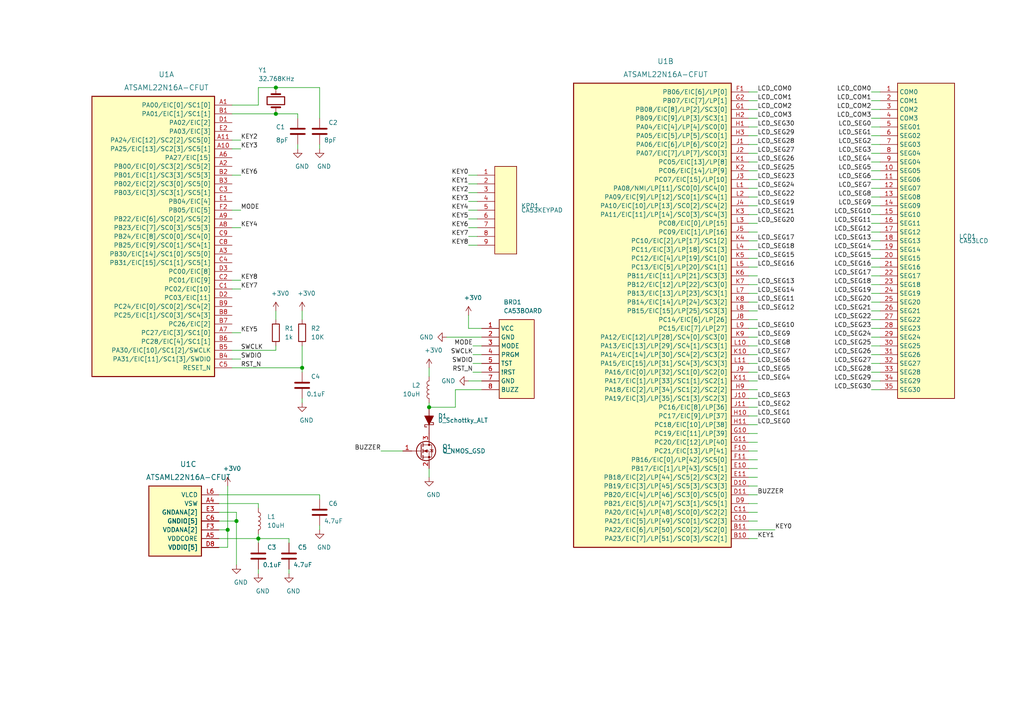
<source format=kicad_sch>
(kicad_sch (version 20230121) (generator eeschema)
  (paper "A4")
  (title_block (title "arm-watch") (date "2020-12-06") (rev "r1.0") (company "GsD - @gregdavill") (comment 1 "Based off: goodwatch"))
  (lib_symbols
    (symbol "Device:C" (pin_numbers hide) (pin_names (offset 0.254))
      (property "Reference" "C" (at 0.635 2.54 0))
      (property "Value" "C" (at 0.635 -2.54 0))
      (symbol "C_0_1"
        (polyline (pts (xy -2.032 -0.762) (xy 2.032 -0.762)) (stroke (width 0.508)))
        (polyline (pts (xy -2.032 0.762) (xy 2.032 0.762)) (stroke (width 0.508)))
      )
      (symbol "C_1_1"
        (pin passive line (at 0 3.81 270) (length 2.794) (name "~") (number "1"))
        (pin passive line (at 0 -3.81 90) (length 2.794) (name "~") (number "2"))
      )
    )
    (symbol "Device:Crystal" (pin_numbers hide) (pin_names (offset 1.016) hide)
      (property "Reference" "Y" (at 0 3.81 0))
      (property "Value" "Crystal" (at 0 -3.81 0))
      (symbol "Crystal_0_1"
        (rectangle (start -1.143 2.54) (end 1.143 -2.54) (stroke (width 0.3048)))
        (polyline (pts (xy -2.54 0) (xy -1.905 0)))
        (polyline (pts (xy -1.905 -1.27) (xy -1.905 1.27)) (stroke (width 0.508)))
        (polyline (pts (xy 1.905 -1.27) (xy 1.905 1.27)) (stroke (width 0.508)))
        (polyline (pts (xy 2.54 0) (xy 1.905 0)))
      )
      (symbol "Crystal_1_1"
        (pin passive line (at -3.81 0 0) (length 1.27) (name "1") (number "1"))
        (pin passive line (at 3.81 0 180) (length 1.27) (name "2") (number "2"))
      )
    )
    (symbol "Device:D_Schottky_ALT" (pin_numbers hide) (pin_names (offset 1.016) hide)
      (property "Reference" "D" (at 0 2.54 0))
      (property "Value" "D_Schottky_ALT" (at 0 -2.54 0))
      (symbol "D_Schottky_ALT_0_1"
        (polyline (pts (xy 1.27 0) (xy -1.27 0)))
        (polyline (pts (xy 1.27 1.27) (xy 1.27 -1.27) (xy -1.27 0) (xy 1.27 1.27)) (stroke (width 0.2032)) (fill (type outline)))
        (polyline (pts (xy -1.905 0.635) (xy -1.905 1.27) (xy -1.27 1.27) (xy -1.27 -1.27) (xy -0.635 -1.27) (xy -0.635 -0.635)) (stroke (width 0.2032)))
      )
      (symbol "D_Schottky_ALT_1_1"
        (pin passive line (at -3.81 0 0) (length 2.54) (name "K") (number "1"))
        (pin passive line (at 3.81 0 180) (length 2.54) (name "A") (number "2"))
      )
    )
    (symbol "Device:L" (pin_numbers hide) (pin_names (offset 1.016) hide)
      (property "Reference" "L" (at -1.27 0 90))
      (property "Value" "L" (at 1.905 0 90))
      (symbol "L_0_1"
        (arc (start 0 -2.54) (mid 0.6323 -1.905) (end 0 -1.27))
        (arc (start 0 -1.27) (mid 0.6323 -0.635) (end 0 0))
        (arc (start 0 0) (mid 0.6323 0.635) (end 0 1.27))
        (arc (start 0 1.27) (mid 0.6323 1.905) (end 0 2.54))
      )
      (symbol "L_1_1"
        (pin passive line (at 0 3.81 270) (length 1.27) (name "1") (number "1"))
        (pin passive line (at 0 -3.81 90) (length 1.27) (name "2") (number "2"))
      )
    )
    (symbol "Device:Q_NMOS_GSD" (pin_names (offset 0) hide)
      (property "Reference" "Q" (at 5.08 1.27 0))
      (property "Value" "Q_NMOS_GSD" (at 5.08 -1.27 0))
      (symbol "Q_NMOS_GSD_0_1"
        (polyline (pts (xy 0.254 0) (xy -2.54 0)))
        (polyline (pts (xy 0.254 1.905) (xy 0.254 -1.905)) (stroke (width 0.254)))
        (polyline (pts (xy 0.762 -1.27) (xy 0.762 -2.286)) (stroke (width 0.254)))
        (polyline (pts (xy 0.762 0.508) (xy 0.762 -0.508)) (stroke (width 0.254)))
        (polyline (pts (xy 0.762 2.286) (xy 0.762 1.27)) (stroke (width 0.254)))
        (polyline (pts (xy 2.54 2.54) (xy 2.54 1.778)))
        (polyline (pts (xy 2.54 -2.54) (xy 2.54 0) (xy 0.762 0)))
        (polyline (pts (xy 0.762 -1.778) (xy 3.302 -1.778) (xy 3.302 1.778) (xy 0.762 1.778)))
        (polyline (pts (xy 1.016 0) (xy 2.032 0.381) (xy 2.032 -0.381) (xy 1.016 0)) (fill (type outline)))
        (polyline (pts (xy 2.794 0.508) (xy 2.921 0.381) (xy 3.683 0.381) (xy 3.81 0.254)))
        (polyline (pts (xy 3.302 0.381) (xy 2.921 -0.254) (xy 3.683 -0.254) (xy 3.302 0.381)))
        (circle (center 1.651 0) (radius 2.794) (stroke (width 0.254)))
        (circle (center 2.54 -1.778) (radius 0.254) (fill (type outline)))
        (circle (center 2.54 1.778) (radius 0.254) (fill (type outline)))
      )
      (symbol "Q_NMOS_GSD_1_1"
        (pin input line (at -5.08 0 0) (length 2.54) (name "G") (number "1"))
        (pin passive line (at 2.54 -5.08 90) (length 2.54) (name "S") (number "2"))
        (pin passive line (at 2.54 5.08 270) (length 2.54) (name "D") (number "3"))
      )
    )
    (symbol "Device:R" (pin_numbers hide) (pin_names (offset 0))
      (property "Reference" "R" (at 2.032 0 90))
      (property "Value" "R" (at 0 0 90))
      (symbol "R_0_1"
        (rectangle (start -1.016 -2.54) (end 1.016 2.54) (stroke (width 0.254)))
      )
      (symbol "R_1_1"
        (pin passive line (at 0 3.81 270) (length 1.27) (name "~") (number "1"))
        (pin passive line (at 0 -3.81 90) (length 1.27) (name "~") (number "2"))
      )
    )
    (symbol "gsd-kicad:ATSAML22N16A-CFUT" (pin_names (offset 1.016))
      (property "Reference" "U" (at 5.08 6.35 0))
      (property "Value" "ATSAML22N16A-CFUT" (at 5.08 3.81 0))
      (symbol "ATSAML22N16A-CFUT_1_1"
        (rectangle (start 5.08 2.54) (end 40.64 -78.74) (stroke (width 0.3048)) (fill (type background)))
        (pin bidirectional line (at 0 0 0) (length 5.08) (name "PA00/EIC[0]/SC1[0]") (number "A1"))
        (pin bidirectional line (at 0 -12.7 0) (length 5.08) (name "PA25/EIC[13]/SC2[3]/SC5[1]") (number "A10"))
        (pin bidirectional line (at 0 -10.16 0) (length 5.08) (name "PA24/EIC[12]/SC2[2]/SC5[0]") (number "A11"))
        (pin bidirectional line (at 0 -17.78 0) (length 5.08) (name "PB00/EIC[0]/SC3[2]/SC5[2]") (number "A2"))
        (pin bidirectional line (at 0 -43.18 0) (length 5.08) (name "PB30/EIC[14]/SC1[0]/SC5[0]") (number "A3"))
        (pin bidirectional line (at 0 -15.24 0) (length 5.08) (name "PA27/EIC[15]") (number "A6"))
        (pin bidirectional line (at 0 -66.04 0) (length 5.08) (name "PC27/EIC[3]/SC1[0]") (number "A7"))
        (pin bidirectional line (at 0 -35.56 0) (length 5.08) (name "PB23/EIC[7]/SC0[3]/SC5[3]") (number "A8"))
        (pin bidirectional line (at 0 -33.02 0) (length 5.08) (name "PB22/EIC[6]/SC0[2]/SC5[2]") (number "A9"))
        (pin bidirectional line (at 0 -2.54 0) (length 5.08) (name "PA01/EIC[1]/SC1[1]") (number "B1"))
        (pin bidirectional line (at 0 -20.32 0) (length 5.08) (name "PB01/EIC[1]/SC3[3]/SC5[3]") (number "B2"))
        (pin bidirectional line (at 0 -22.86 0) (length 5.08) (name "PB02/EIC[2]/SC3[0]/SC5[0]") (number "B3"))
        (pin bidirectional line (at 0 -73.66 0) (length 5.08) (name "PA31/EIC[11]/SC1[3]/SWDIO") (number "B4"))
        (pin bidirectional line (at 0 -71.12 0) (length 5.08) (name "PA30/EIC[10]/SC1[2]/SWCLK") (number "B5"))
        (pin bidirectional line (at 0 -68.58 0) (length 5.08) (name "PC28/EIC[4]/SC1[1]") (number "B6"))
        (pin bidirectional line (at 0 -63.5 0) (length 5.08) (name "PC26/EIC[2]") (number "B7"))
        (pin bidirectional line (at 0 -60.96 0) (length 5.08) (name "PC25/EIC[1]/SC0[3]/SC4[3]") (number "B8"))
        (pin bidirectional line (at 0 -58.42 0) (length 5.08) (name "PC24/EIC[0]/SC0[2]/SC4[2]") (number "B9"))
        (pin bidirectional line (at 0 -53.34 0) (length 5.08) (name "PC02/EIC[10]") (number "C1"))
        (pin bidirectional line (at 0 -50.8 0) (length 5.08) (name "PC01/EIC[9]") (number "C2"))
        (pin bidirectional line (at 0 -25.4 0) (length 5.08) (name "PB03/EIC[3]/SC3[1]/SC5[1]") (number "C3"))
        (pin bidirectional line (at 0 -45.72 0) (length 5.08) (name "PB31/EIC[15]/SC1[1]/SC5[1]") (number "C4"))
        (pin bidirectional line (at 0 -76.2 0) (length 5.08) (name "RESET_N") (number "C5"))
        (pin bidirectional line (at 0 -40.64 0) (length 5.08) (name "PB25/EIC[9]/SC0[1]/SC4[1]") (number "C8"))
        (pin bidirectional line (at 0 -38.1 0) (length 5.08) (name "PB24/EIC[8]/SC0[0]/SC4[0]") (number "C9"))
        (pin bidirectional line (at 0 -5.08 0) (length 5.08) (name "PA02/EIC[2]") (number "D1"))
        (pin bidirectional line (at 0 -55.88 0) (length 5.08) (name "PC03/EIC[11]") (number "D2"))
        (pin bidirectional line (at 0 -48.26 0) (length 5.08) (name "PC00/EIC[8]") (number "D3"))
        (pin bidirectional line (at 0 -27.94 0) (length 5.08) (name "PB04/EIC[4]") (number "E1"))
        (pin bidirectional line (at 0 -7.62 0) (length 5.08) (name "PA03/EIC[3]") (number "E2"))
        (pin bidirectional line (at 0 -30.48 0) (length 5.08) (name "PB05/EIC[5]") (number "F2"))
      )
      (symbol "ATSAML22N16A-CFUT_2_1"
        (rectangle (start 5.08 2.54) (end 50.8 -132.08) (stroke (width 0.3048)) (fill (type background)))
        (pin bidirectional line (at 0 -129.54 0) (length 5.08) (name "PA23/EIC[7]/LP[51]/SC0[3]/SC2[1]") (number "B10"))
        (pin bidirectional line (at 0 -127 0) (length 5.08) (name "PA22/EIC[6]/LP[50]/SC0[2]/SC2[0]") (number "B11"))
        (pin bidirectional line (at 0 -124.46 0) (length 5.08) (name "PA21/EIC[5]/LP[49]/SC0[1]/SC2[3]") (number "C10"))
        (pin bidirectional line (at 0 -121.92 0) (length 5.08) (name "PA20/EIC[4]/LP[48]/SC0[0]/SC2[2]") (number "C11"))
        (pin bidirectional line (at 0 -114.3 0) (length 5.08) (name "PB19/EIC[3]/LP[45]/SC5[3]/SC3[3]") (number "D10"))
        (pin bidirectional line (at 0 -116.84 0) (length 5.08) (name "PB20/EIC[4]/LP[46]/SC3[0]/SC5[0]") (number "D11"))
        (pin bidirectional line (at 0 -119.38 0) (length 5.08) (name "PB21/EIC[5]/LP[47]/SC3[1]/SC5[1]") (number "D9"))
        (pin bidirectional line (at 0 -109.22 0) (length 5.08) (name "PB17/EIC[1]/LP[43]/SC5[1]") (number "E10"))
        (pin bidirectional line (at 0 -111.76 0) (length 5.08) (name "PB18/EIC[2]/LP[44]/SC5[2]/SC3[2]") (number "E11"))
        (pin bidirectional line (at 0 0 0) (length 5.08) (name "PB06/EIC[6]/LP[0]") (number "F1"))
        (pin bidirectional line (at 0 -104.14 0) (length 5.08) (name "PC21/EIC[13]/LP[41]") (number "F10"))
        (pin bidirectional line (at 0 -106.68 0) (length 5.08) (name "PB16/EIC[0]/LP[42]/SC5[0]") (number "F11"))
        (pin bidirectional line (at 0 -5.08 0) (length 5.08) (name "PB08/EIC[8]/LP[2]/SC3[0]") (number "G1"))
        (pin bidirectional line (at 0 -99.06 0) (length 5.08) (name "PC19/EIC[11]/LP[39]") (number "G10"))
        (pin bidirectional line (at 0 -101.6 0) (length 5.08) (name "PC20/EIC[12]/LP[40]") (number "G11"))
        (pin bidirectional line (at 0 -2.54 0) (length 5.08) (name "PB07/EIC[7]/LP[1]") (number "G2"))
        (pin bidirectional line (at 0 -10.16 0) (length 5.08) (name "PA04/EIC[4]/LP[4]/SC0[0]") (number "H1"))
        (pin bidirectional line (at 0 -93.98 0) (length 5.08) (name "PC17/EIC[9]/LP[37]") (number "H10"))
        (pin bidirectional line (at 0 -96.52 0) (length 5.08) (name "PC18/EIC[10]/LP[38]") (number "H11"))
        (pin bidirectional line (at 0 -7.62 0) (length 5.08) (name "PB09/EIC[9]/LP[3]/SC3[1]") (number "H2"))
        (pin bidirectional line (at 0 -12.7 0) (length 5.08) (name "PA05/EIC[5]/LP[5]/SC0[1]") (number "H3"))
        (pin bidirectional line (at 0 -86.36 0) (length 5.08) (name "PA18/EIC[2]/LP[34]/SC1[2]/SC2[2]") (number "H9"))
        (pin bidirectional line (at 0 -15.24 0) (length 5.08) (name "PA06/EIC[6]/LP[6]/SC0[2]") (number "J1"))
        (pin bidirectional line (at 0 -88.9 0) (length 5.08) (name "PA19/EIC[3]/LP[35]/SC1[3]/SC2[3]") (number "J10"))
        (pin bidirectional line (at 0 -91.44 0) (length 5.08) (name "PC16/EIC[8]/LP[36]") (number "J11"))
        (pin bidirectional line (at 0 -17.78 0) (length 5.08) (name "PA07/EIC[7]/LP[7]/SC0[3]") (number "J2"))
        (pin bidirectional line (at 0 -25.4 0) (length 5.08) (name "PC07/EIC[15]/LP[10]") (number "J3"))
        (pin bidirectional line (at 0 -33.02 0) (length 5.08) (name "PA10/EIC[10]/LP[13]/SC0[2]/SC4[2]") (number "J4"))
        (pin bidirectional line (at 0 -40.64 0) (length 5.08) (name "PC09/EIC[1]/LP[16]") (number "J5"))
        (pin bidirectional line (at 0 -66.04 0) (length 5.08) (name "PC14/EIC[6]/LP[26]") (number "J8"))
        (pin bidirectional line (at 0 -81.28 0) (length 5.08) (name "PA16/EIC[0]/LP[32]/SC1[0]/SC2[0]") (number "J9"))
        (pin bidirectional line (at 0 -20.32 0) (length 5.08) (name "PC05/EIC[13]/LP[8]") (number "K1"))
        (pin bidirectional line (at 0 -76.2 0) (length 5.08) (name "PA14/EIC[14]/LP[30]/SC4[2]/SC3[2]") (number "K10"))
        (pin bidirectional line (at 0 -83.82 0) (length 5.08) (name "PA17/EIC[1]/LP[33]/SC1[1]/SC2[1]") (number "K11"))
        (pin bidirectional line (at 0 -22.86 0) (length 5.08) (name "PC06/EIC[14]/LP[9]") (number "K2"))
        (pin bidirectional line (at 0 -35.56 0) (length 5.08) (name "PA11/EIC[11]/LP[14]/SC0[3]/SC4[3]") (number "K3"))
        (pin bidirectional line (at 0 -43.18 0) (length 5.08) (name "PC10/EIC[2]/LP[17]/SC1[2]") (number "K4"))
        (pin bidirectional line (at 0 -48.26 0) (length 5.08) (name "PC12/EIC[4]/LP[19]/SC1[0]") (number "K5"))
        (pin bidirectional line (at 0 -53.34 0) (length 5.08) (name "PB11/EIC[11]/LP[21]/SC3[3]") (number "K6"))
        (pin bidirectional line (at 0 -55.88 0) (length 5.08) (name "PB12/EIC[12]/LP[22]/SC3[0]") (number "K7"))
        (pin bidirectional line (at 0 -60.96 0) (length 5.08) (name "PB14/EIC[14]/LP[24]/SC3[2]") (number "K8"))
        (pin bidirectional line (at 0 -71.12 0) (length 5.08) (name "PA12/EIC[12]/LP[28]/SC4[0]/SC3[0]") (number "K9"))
        (pin bidirectional line (at 0 -27.94 0) (length 5.08) (name "PA08/NMI/LP[11]/SC0[0]/SC4[0]") (number "L1"))
        (pin bidirectional line (at 0 -73.66 0) (length 5.08) (name "PA13/EIC[13]/LP[29]/SC4[1]/SC3[1]") (number "L10"))
        (pin bidirectional line (at 0 -78.74 0) (length 5.08) (name "PA15/EIC[15]/LP[31]/SC4[3]/SC3[3]") (number "L11"))
        (pin bidirectional line (at 0 -30.48 0) (length 5.08) (name "PA09/EIC[9]/LP[12]/SC0[1]/SC4[1]") (number "L2"))
        (pin bidirectional line (at 0 -38.1 0) (length 5.08) (name "PC08/EIC[0]/LP[15]") (number "L3"))
        (pin bidirectional line (at 0 -45.72 0) (length 5.08) (name "PC11/EIC[3]/LP[18]/SC1[3]") (number "L4"))
        (pin bidirectional line (at 0 -50.8 0) (length 5.08) (name "PC13/EIC[5]/LP[20]/SC1[1]") (number "L5"))
        (pin bidirectional line (at 0 -58.42 0) (length 5.08) (name "PB13/EIC[13]/LP[23]/SC3[1]") (number "L7"))
        (pin bidirectional line (at 0 -63.5 0) (length 5.08) (name "PB15/EIC[15]/LP[25]/SC3[3]") (number "L8"))
        (pin bidirectional line (at 0 -68.58 0) (length 5.08) (name "PC15/EIC[7]/LP[27]") (number "L9"))
      )
      (symbol "ATSAML22N16A-CFUT_3_1"
        (rectangle (start 5.08 2.54) (end 20.32 -17.78) (stroke (width 0.3048)) (fill (type background)))
        (pin power_in line (at 0 -2.54 0) (length 5.08) (name "VSW") (number "A4"))
        (pin power_in line (at 0 -12.7 0) (length 5.08) (name "VDDCORE") (number "A5"))
        (pin power_in line (at 0 -7.62 0) (length 5.08) (name "GNDIO[5]") (number "C6"))
        (pin power_in line (at 0 -15.24 0) (length 5.08) (name "VDDIO[5]") (number "D4"))
        (pin power_in line (at 0 -15.24 0) (length 5.08) (name "VDDIO[5]") (number "D8"))
        (pin power_in line (at 0 -5.08 0) (length 5.08) (name "GNDANA[2]") (number "E3"))
        (pin power_in line (at 0 -7.62 0) (length 5.08) (name "GNDIO[5]") (number "E9"))
        (pin power_in line (at 0 -10.16 0) (length 5.08) (name "VDDANA[2]") (number "F3"))
        (pin power_in line (at 0 -15.24 0) (length 5.08) (name "VDDIO[5]") (number "F9"))
        (pin power_in line (at 0 -10.16 0) (length 5.08) (name "VDDANA[2]") (number "G3"))
        (pin power_in line (at 0 -7.62 0) (length 5.08) (name "GNDIO[5]") (number "G9"))
        (pin power_in line (at 0 -5.08 0) (length 5.08) (name "GNDANA[2]") (number "H4"))
        (pin power_in line (at 0 -7.62 0) (length 5.08) (name "GNDIO[5]") (number "H4"))
        (pin power_in line (at 0 -15.24 0) (length 5.08) (name "VDDIO[5]") (number "H8"))
        (pin power_in line (at 0 -15.24 0) (length 5.08) (name "VDDIO[5]") (number "J6"))
        (pin power_in line (at 0 -7.62 0) (length 5.08) (name "GNDIO[5]") (number "J7"))
        (pin power_in line (at 0 0 0) (length 5.08) (name "VLCD") (number "L6"))
      )
    )
    (symbol "gsd-kicad:CA53BOARD"
      (property "Reference" "BRD" (at 6.35 6.35 0))
      (property "Value" "CA53BOARD" (at 10.16 3.81 0))
      (symbol "CA53BOARD_0_1"
        (rectangle (start 5.08 2.54) (end 15.24 -20.32) (stroke (width 0.22)) (fill (type background)))
      )
      (symbol "CA53BOARD_1_1"
        (pin power_out line (at 0 0 0) (length 5.08) (name "VCC") (number "1"))
        (pin power_out line (at 0 -2.54 0) (length 5.08) (name "GND") (number "2"))
        (pin output line (at 0 -5.08 0) (length 5.08) (name "MODE") (number "3"))
        (pin output line (at 0 -7.62 0) (length 5.08) (name "PRGM") (number "4"))
        (pin input line (at 0 -10.16 0) (length 5.08) (name "TST") (number "5"))
        (pin input line (at 0 -12.7 0) (length 5.08) (name "!RST") (number "6"))
        (pin input line (at 0 -15.24 0) (length 5.08) (name "GND") (number "7"))
        (pin input line (at 0 -17.78 0) (length 5.08) (name "BUZZ") (number "8"))
      )
    )
    (symbol "gsd-kicad:CA53KEYPAD"
      (property "Reference" "KPD" (at 7.62 6.35 0))
      (property "Value" "CA53KEYPAD" (at 11.43 3.81 0))
      (symbol "CA53KEYPAD_0_1"
        (rectangle (start 5.08 2.54) (end 11.43 -22.86) (stroke (width 0.2)) (fill (type background)))
      )
      (symbol "CA53KEYPAD_1_1"
        (pin input line (at 0 0 0) (length 5.08) (name "~") (number "1"))
        (pin input line (at 0 -2.54 0) (length 5.08) (name "~") (number "2"))
        (pin input line (at 0 -5.08 0) (length 5.08) (name "~") (number "3"))
        (pin input line (at 0 -7.62 0) (length 5.08) (name "~") (number "4"))
        (pin input line (at 0 -10.16 0) (length 5.08) (name "~") (number "5"))
        (pin input line (at 0 -12.7 0) (length 5.08) (name "~") (number "6"))
        (pin input line (at 0 -15.24 0) (length 5.08) (name "~") (number "7"))
        (pin input line (at 0 -17.78 0) (length 5.08) (name "~") (number "8"))
        (pin input line (at 0 -20.32 0) (length 5.08) (name "~") (number "9"))
      )
    )
    (symbol "gsd-kicad:CA53LCD"
      (property "Reference" "LCD" (at 7.62 6.35 0))
      (property "Value" "CA53LCD" (at 10.16 3.81 0))
      (symbol "CA53LCD_0_1"
        (rectangle (start 5.08 2.54) (end 21.59 -88.9) (stroke (width 0.22)) (fill (type background)))
      )
      (symbol "CA53LCD_1_1"
        (pin input line (at 0 0 0) (length 5.08) (name "COM0") (number "1"))
        (pin input line (at 0 -22.86 0) (length 5.08) (name "SEG05") (number "10"))
        (pin input line (at 0 -25.4 0) (length 5.08) (name "SEG06") (number "11"))
        (pin input line (at 0 -27.94 0) (length 5.08) (name "SEG07") (number "12"))
        (pin input line (at 0 -30.48 0) (length 5.08) (name "SEG08") (number "13"))
        (pin input line (at 0 -33.02 0) (length 5.08) (name "SEG09") (number "14"))
        (pin input line (at 0 -35.56 0) (length 5.08) (name "SEG10") (number "15"))
        (pin input line (at 0 -38.1 0) (length 5.08) (name "SEG11") (number "16"))
        (pin input line (at 0 -40.64 0) (length 5.08) (name "SEG12") (number "17"))
        (pin input line (at 0 -43.18 0) (length 5.08) (name "SEG13") (number "18"))
        (pin input line (at 0 -45.72 0) (length 5.08) (name "SEG14") (number "19"))
        (pin input line (at 0 -2.54 0) (length 5.08) (name "COM1") (number "2"))
        (pin input line (at 0 -48.26 0) (length 5.08) (name "SEG15") (number "20"))
        (pin input line (at 0 -50.8 0) (length 5.08) (name "SEG16") (number "21"))
        (pin input line (at 0 -53.34 0) (length 5.08) (name "SEG17") (number "22"))
        (pin input line (at 0 -55.88 0) (length 5.08) (name "SEG18") (number "23"))
        (pin input line (at 0 -58.42 0) (length 5.08) (name "SEG19") (number "24"))
        (pin input line (at 0 -60.96 0) (length 5.08) (name "SEG20") (number "25"))
        (pin input line (at 0 -63.5 0) (length 5.08) (name "SEG21") (number "26"))
        (pin input line (at 0 -66.04 0) (length 5.08) (name "SEG22") (number "27"))
        (pin input line (at 0 -68.58 0) (length 5.08) (name "SEG23") (number "28"))
        (pin input line (at 0 -71.12 0) (length 5.08) (name "SEG24") (number "29"))
        (pin input line (at 0 -5.08 0) (length 5.08) (name "COM2") (number "3"))
        (pin input line (at 0 -73.66 0) (length 5.08) (name "SEG25") (number "30"))
        (pin input line (at 0 -76.2 0) (length 5.08) (name "SEG26") (number "31"))
        (pin input line (at 0 -78.74 0) (length 5.08) (name "SEG27") (number "32"))
        (pin input line (at 0 -81.28 0) (length 5.08) (name "SEG28") (number "33"))
        (pin input line (at 0 -83.82 0) (length 5.08) (name "SEG29") (number "34"))
        (pin input line (at 0 -86.36 0) (length 5.08) (name "SEG30") (number "35"))
        (pin input line (at 0 -7.62 0) (length 5.08) (name "COM3") (number "4"))
        (pin input line (at 0 -10.16 0) (length 5.08) (name "SEG01") (number "5"))
        (pin input line (at 0 -12.7 0) (length 5.08) (name "SEG02") (number "6"))
        (pin input line (at 0 -15.24 0) (length 5.08) (name "SEG03") (number "7"))
        (pin input line (at 0 -17.78 0) (length 5.08) (name "SEG04") (number "8"))
        (pin input line (at 0 -20.32 0) (length 5.08) (name "SEG04") (number "9"))
      )
    )
    (symbol "power:+3V0" (power) (pin_names (offset 0))
      (property "Value" "+3V0" (at 0 3.556 0))
      (symbol "+3V0_0_1"
        (polyline (pts (xy -0.762 1.27) (xy 0 2.54)))
        (polyline (pts (xy 0 0) (xy 0 2.54)))
        (polyline (pts (xy 0 2.54) (xy 0.762 1.27)))
      )
      (symbol "+3V0_1_1"
        (pin power_in line (at 0 0 90) (length 0) hide (name "+3V0") (number "1"))
      )
    )
    (symbol "power:GND" (power) (pin_names (offset 0))
      (property "Value" "GND" (at 0 -3.81 0))
      (symbol "GND_0_1"
        (polyline (pts (xy 0 0) (xy 0 -1.27) (xy 1.27 -1.27) (xy 0 -2.54) (xy -1.27 -1.27) (xy 0 -1.27)))
      )
      (symbol "GND_1_1"
        (pin power_in line (at 0 0 270) (length 0) hide (name "GND") (number "1"))
      )
    )
  )
  (junction (at 80.01 25.4) (diameter 1.016))
  (junction (at 80.01 33.02) (diameter 1.016))
  (junction (at 66.04 153.67) (diameter 1.016))
  (junction (at 74.93 156.21) (diameter 1.016))
  (junction (at 87.63 106.68) (diameter 1.016))
  (junction (at 124.46 118.11) (diameter 1.016))
  (junction (at 68.58 151.13) (diameter 1.016))
  (wire (pts (xy 137.16 105.41) (xy 139.7 105.41)))
  (wire (pts (xy 66.04 153.67) (xy 66.04 140.97)))
  (wire (pts (xy 135.89 60.96) (xy 138.43 60.96)))
  (wire (pts (xy 69.85 83.82) (xy 67.31 83.82)))
  (wire (pts (xy 83.82 156.21) (xy 74.93 156.21)))
  (wire (pts (xy 110.49 130.81) (xy 116.84 130.81)))
  (wire (pts (xy 87.63 90.17) (xy 87.63 92.71)))
  (wire (pts (xy 86.36 41.91) (xy 86.36 43.18)))
  (wire (pts (xy 124.46 118.11) (xy 124.46 116.84)))
  (wire (pts (xy 87.63 106.68) (xy 87.63 100.33)))
  (wire (pts (xy 135.89 58.42) (xy 138.43 58.42)))
  (wire (pts (xy 219.71 156.21) (xy 217.17 156.21)))
  (wire (pts (xy 80.01 101.6) (xy 80.01 100.33)))
  (wire (pts (xy 217.17 26.67) (xy 219.71 26.67)))
  (wire (pts (xy 255.27 100.33) (xy 252.73 100.33)))
  (wire (pts (xy 217.17 85.09) (xy 219.71 85.09)))
  (wire (pts (xy 132.08 118.11) (xy 124.46 118.11)))
  (wire (pts (xy 217.17 77.47) (xy 219.71 77.47)))
  (wire (pts (xy 255.27 39.37) (xy 252.73 39.37)))
  (wire (pts (xy 69.85 40.64) (xy 67.31 40.64)))
  (wire (pts (xy 217.17 67.31) (xy 219.71 67.31)))
  (wire (pts (xy 255.27 92.71) (xy 252.73 92.71)))
  (wire (pts (xy 217.17 135.89) (xy 219.71 135.89)))
  (wire (pts (xy 83.82 165.1) (xy 83.82 166.37)))
  (wire (pts (xy 217.17 52.07) (xy 219.71 52.07)))
  (wire (pts (xy 92.71 152.4) (xy 92.71 153.67)))
  (wire (pts (xy 217.17 118.11) (xy 219.71 118.11)))
  (wire (pts (xy 255.27 72.39) (xy 252.73 72.39)))
  (wire (pts (xy 87.63 115.57) (xy 87.63 116.84)))
  (wire (pts (xy 92.71 144.78) (xy 92.71 143.51)))
  (wire (pts (xy 217.17 90.17) (xy 219.71 90.17)))
  (wire (pts (xy 132.08 113.03) (xy 132.08 118.11)))
  (wire (pts (xy 135.89 66.04) (xy 138.43 66.04)))
  (wire (pts (xy 217.17 46.99) (xy 219.71 46.99)))
  (wire (pts (xy 217.17 128.27) (xy 219.71 128.27)))
  (wire (pts (xy 135.89 53.34) (xy 138.43 53.34)))
  (wire (pts (xy 67.31 30.48) (xy 74.93 30.48)))
  (wire (pts (xy 217.17 123.19) (xy 219.71 123.19)))
  (wire (pts (xy 255.27 34.29) (xy 252.73 34.29)))
  (wire (pts (xy 217.17 44.45) (xy 219.71 44.45)))
  (wire (pts (xy 67.31 33.02) (xy 80.01 33.02)))
  (wire (pts (xy 217.17 39.37) (xy 219.71 39.37)))
  (wire (pts (xy 217.17 143.51) (xy 219.71 143.51)))
  (wire (pts (xy 124.46 135.89) (xy 124.46 138.43)))
  (wire (pts (xy 255.27 74.93) (xy 252.73 74.93)))
  (wire (pts (xy 67.31 106.68) (xy 87.63 106.68)))
  (wire (pts (xy 255.27 95.25) (xy 252.73 95.25)))
  (wire (pts (xy 63.5 151.13) (xy 68.58 151.13)))
  (wire (pts (xy 69.85 96.52) (xy 67.31 96.52)))
  (wire (pts (xy 217.17 105.41) (xy 219.71 105.41)))
  (wire (pts (xy 87.63 106.68) (xy 87.63 107.95)))
  (wire (pts (xy 255.27 107.95) (xy 252.73 107.95)))
  (wire (pts (xy 217.17 140.97) (xy 219.71 140.97)))
  (wire (pts (xy 217.17 102.87) (xy 219.71 102.87)))
  (wire (pts (xy 69.85 60.96) (xy 67.31 60.96)))
  (wire (pts (xy 255.27 113.03) (xy 252.73 113.03)))
  (wire (pts (xy 217.17 97.79) (xy 219.71 97.79)))
  (wire (pts (xy 217.17 62.23) (xy 219.71 62.23)))
  (wire (pts (xy 255.27 49.53) (xy 252.73 49.53)))
  (wire (pts (xy 92.71 25.4) (xy 80.01 25.4)))
  (wire (pts (xy 69.85 81.28) (xy 67.31 81.28)))
  (wire (pts (xy 255.27 82.55) (xy 252.73 82.55)))
  (wire (pts (xy 217.17 146.05) (xy 219.71 146.05)))
  (wire (pts (xy 69.85 50.8) (xy 67.31 50.8)))
  (wire (pts (xy 129.54 97.79) (xy 139.7 97.79)))
  (wire (pts (xy 217.17 153.67) (xy 224.79 153.67)))
  (wire (pts (xy 217.17 49.53) (xy 219.71 49.53)))
  (wire (pts (xy 63.5 153.67) (xy 66.04 153.67)))
  (wire (pts (xy 217.17 64.77) (xy 219.71 64.77)))
  (wire (pts (xy 255.27 62.23) (xy 252.73 62.23)))
  (wire (pts (xy 217.17 138.43) (xy 219.71 138.43)))
  (wire (pts (xy 217.17 34.29) (xy 219.71 34.29)))
  (wire (pts (xy 255.27 36.83) (xy 252.73 36.83)))
  (wire (pts (xy 135.89 55.88) (xy 138.43 55.88)))
  (wire (pts (xy 74.93 165.1) (xy 74.93 166.37)))
  (wire (pts (xy 255.27 31.75) (xy 252.73 31.75)))
  (wire (pts (xy 255.27 77.47) (xy 252.73 77.47)))
  (wire (pts (xy 217.17 92.71) (xy 219.71 92.71)))
  (wire (pts (xy 217.17 120.65) (xy 219.71 120.65)))
  (wire (pts (xy 217.17 125.73) (xy 219.71 125.73)))
  (wire (pts (xy 255.27 80.01) (xy 252.73 80.01)))
  (wire (pts (xy 217.17 113.03) (xy 219.71 113.03)))
  (wire (pts (xy 69.85 66.04) (xy 67.31 66.04)))
  (wire (pts (xy 135.89 110.49) (xy 139.7 110.49)))
  (wire (pts (xy 135.89 68.58) (xy 138.43 68.58)))
  (wire (pts (xy 217.17 87.63) (xy 219.71 87.63)))
  (wire (pts (xy 255.27 52.07) (xy 252.73 52.07)))
  (wire (pts (xy 135.89 71.12) (xy 138.43 71.12)))
  (wire (pts (xy 137.16 102.87) (xy 139.7 102.87)))
  (wire (pts (xy 255.27 44.45) (xy 252.73 44.45)))
  (wire (pts (xy 63.5 156.21) (xy 74.93 156.21)))
  (wire (pts (xy 255.27 46.99) (xy 252.73 46.99)))
  (wire (pts (xy 217.17 72.39) (xy 219.71 72.39)))
  (wire (pts (xy 139.7 113.03) (xy 132.08 113.03)))
  (wire (pts (xy 68.58 151.13) (xy 68.58 163.83)))
  (wire (pts (xy 137.16 100.33) (xy 139.7 100.33)))
  (wire (pts (xy 217.17 130.81) (xy 219.71 130.81)))
  (wire (pts (xy 137.16 107.95) (xy 139.7 107.95)))
  (wire (pts (xy 255.27 90.17) (xy 252.73 90.17)))
  (wire (pts (xy 92.71 34.29) (xy 92.71 25.4)))
  (wire (pts (xy 217.17 57.15) (xy 219.71 57.15)))
  (wire (pts (xy 92.71 41.91) (xy 92.71 43.18)))
  (wire (pts (xy 217.17 74.93) (xy 219.71 74.93)))
  (wire (pts (xy 255.27 105.41) (xy 252.73 105.41)))
  (wire (pts (xy 255.27 69.85) (xy 252.73 69.85)))
  (wire (pts (xy 68.58 148.59) (xy 68.58 151.13)))
  (wire (pts (xy 63.5 146.05) (xy 74.93 146.05)))
  (wire (pts (xy 255.27 41.91) (xy 252.73 41.91)))
  (wire (pts (xy 138.43 50.8) (xy 135.89 50.8)))
  (wire (pts (xy 86.36 34.29) (xy 86.36 33.02)))
  (wire (pts (xy 74.93 146.05) (xy 74.93 147.32)))
  (wire (pts (xy 124.46 106.68) (xy 124.46 109.22)))
  (wire (pts (xy 255.27 26.67) (xy 252.73 26.67)))
  (wire (pts (xy 217.17 110.49) (xy 219.71 110.49)))
  (wire (pts (xy 74.93 154.94) (xy 74.93 156.21)))
  (wire (pts (xy 217.17 54.61) (xy 219.71 54.61)))
  (wire (pts (xy 217.17 133.35) (xy 219.71 133.35)))
  (wire (pts (xy 255.27 110.49) (xy 252.73 110.49)))
  (wire (pts (xy 255.27 64.77) (xy 252.73 64.77)))
  (wire (pts (xy 83.82 157.48) (xy 83.82 156.21)))
  (wire (pts (xy 67.31 101.6) (xy 80.01 101.6)))
  (wire (pts (xy 217.17 41.91) (xy 219.71 41.91)))
  (wire (pts (xy 217.17 29.21) (xy 219.71 29.21)))
  (wire (pts (xy 255.27 87.63) (xy 252.73 87.63)))
  (wire (pts (xy 255.27 102.87) (xy 252.73 102.87)))
  (wire (pts (xy 69.85 43.18) (xy 67.31 43.18)))
  (wire (pts (xy 217.17 115.57) (xy 219.71 115.57)))
  (wire (pts (xy 217.17 69.85) (xy 219.71 69.85)))
  (wire (pts (xy 255.27 85.09) (xy 252.73 85.09)))
  (wire (pts (xy 255.27 59.69) (xy 252.73 59.69)))
  (wire (pts (xy 217.17 100.33) (xy 219.71 100.33)))
  (wire (pts (xy 63.5 148.59) (xy 68.58 148.59)))
  (wire (pts (xy 217.17 31.75) (xy 219.71 31.75)))
  (wire (pts (xy 86.36 33.02) (xy 80.01 33.02)))
  (wire (pts (xy 217.17 95.25) (xy 219.71 95.25)))
  (wire (pts (xy 217.17 59.69) (xy 219.71 59.69)))
  (wire (pts (xy 63.5 158.75) (xy 66.04 158.75)))
  (wire (pts (xy 69.85 104.14) (xy 67.31 104.14)))
  (wire (pts (xy 255.27 67.31) (xy 252.73 67.31)))
  (wire (pts (xy 217.17 36.83) (xy 219.71 36.83)))
  (wire (pts (xy 217.17 80.01) (xy 219.71 80.01)))
  (wire (pts (xy 80.01 90.17) (xy 80.01 92.71)))
  (wire (pts (xy 139.7 95.25) (xy 135.89 95.25)))
  (wire (pts (xy 255.27 54.61) (xy 252.73 54.61)))
  (wire (pts (xy 217.17 151.13) (xy 219.71 151.13)))
  (wire (pts (xy 74.93 30.48) (xy 74.93 25.4)))
  (wire (pts (xy 63.5 143.51) (xy 92.71 143.51)))
  (wire (pts (xy 255.27 29.21) (xy 252.73 29.21)))
  (wire (pts (xy 74.93 25.4) (xy 80.01 25.4)))
  (wire (pts (xy 255.27 57.15) (xy 252.73 57.15)))
  (wire (pts (xy 66.04 158.75) (xy 66.04 153.67)))
  (wire (pts (xy 135.89 91.44) (xy 135.89 95.25)))
  (wire (pts (xy 74.93 156.21) (xy 74.93 157.48)))
  (wire (pts (xy 135.89 63.5) (xy 138.43 63.5)))
  (wire (pts (xy 217.17 82.55) (xy 219.71 82.55)))
  (wire (pts (xy 217.17 148.59) (xy 219.71 148.59)))
  (wire (pts (xy 217.17 107.95) (xy 219.71 107.95)))
  (wire (pts (xy 255.27 97.79) (xy 252.73 97.79)))
  (label "KEY2" (at 135.89 55.88 180))
  (label "LCD_COM2" (at 252.73 31.75 180))
  (label "KEY7" (at 135.89 68.58 180))
  (label "LCD_SEG5" (at 219.71 107.95 0))
  (label "LCD_SEG13" (at 252.73 69.85 180))
  (label "LCD_SEG2" (at 219.71 118.11 0))
  (label "LCD_SEG1" (at 252.73 39.37 180))
  (label "LCD_SEG27" (at 219.71 44.45 0))
  (label "LCD_COM1" (at 252.73 29.21 180))
  (label "KEY0" (at 135.89 50.8 180))
  (label "LCD_SEG14" (at 252.73 72.39 180))
  (label "LCD_SEG6" (at 252.73 52.07 180))
  (label "SWCLK" (at 137.16 102.87 180))
  (label "BUZZER" (at 219.71 143.51 0))
  (label "LCD_SEG3" (at 219.71 115.57 0))
  (label "KEY2" (at 69.85 40.64 0))
  (label "LCD_SEG27" (at 252.73 105.41 180))
  (label "LCD_SEG6" (at 219.71 105.41 0))
  (label "KEY8" (at 135.89 71.12 180))
  (label "LCD_SEG30" (at 252.73 113.03 180))
  (label "LCD_SEG23" (at 219.71 52.07 0))
  (label "LCD_SEG10" (at 219.71 95.25 0))
  (label "LCD_SEG28" (at 252.73 107.95 180))
  (label "LCD_SEG24" (at 252.73 97.79 180))
  (label "LCD_SEG29" (at 219.71 39.37 0))
  (label "LCD_SEG26" (at 252.73 102.87 180))
  (label "LCD_SEG25" (at 252.73 100.33 180))
  (label "LCD_SEG21" (at 219.71 62.23 0))
  (label "LCD_SEG12" (at 219.71 90.17 0))
  (label "LCD_SEG4" (at 252.73 46.99 180))
  (label "LCD_SEG19" (at 219.71 59.69 0))
  (label "KEY1" (at 135.89 53.34 180))
  (label "KEY7" (at 69.85 83.82 0))
  (label "LCD_SEG0" (at 219.71 123.19 0))
  (label "BUZZER" (at 110.49 130.81 180))
  (label "LCD_SEG13" (at 219.71 82.55 0))
  (label "KEY8" (at 69.85 81.28 0))
  (label "LCD_SEG8" (at 219.71 100.33 0))
  (label "LCD_COM2" (at 219.71 31.75 0))
  (label "LCD_SEG19" (at 252.73 85.09 180))
  (label "LCD_SEG0" (at 252.73 36.83 180))
  (label "LCD_COM3" (at 252.73 34.29 180))
  (label "LCD_SEG21" (at 252.73 90.17 180))
  (label "LCD_SEG16" (at 252.73 77.47 180))
  (label "LCD_SEG8" (at 252.73 57.15 180))
  (label "LCD_SEG20" (at 252.73 87.63 180))
  (label "LCD_COM1" (at 219.71 29.21 0))
  (label "LCD_SEG25" (at 219.71 49.53 0))
  (label "LCD_SEG2" (at 252.73 41.91 180))
  (label "SWDIO" (at 69.85 104.14 0))
  (label "KEY6" (at 69.85 50.8 0))
  (label "KEY3" (at 69.85 43.18 0))
  (label "KEY5" (at 69.85 96.52 0))
  (label "SWCLK" (at 69.85 101.6 0))
  (label "LCD_COM0" (at 219.71 26.67 0))
  (label "MODE" (at 69.85 60.96 0))
  (label "LCD_SEG5" (at 252.73 49.53 180))
  (label "LCD_SEG14" (at 219.71 85.09 0))
  (label "LCD_SEG16" (at 219.71 77.47 0))
  (label "LCD_SEG30" (at 219.71 36.83 0))
  (label "LCD_SEG18" (at 252.73 82.55 180))
  (label "LCD_SEG11" (at 219.71 87.63 0))
  (label "LCD_SEG20" (at 219.71 64.77 0))
  (label "LCD_SEG9" (at 252.73 59.69 180))
  (label "LCD_SEG24" (at 219.71 54.61 0))
  (label "LCD_COM3" (at 219.71 34.29 0))
  (label "LCD_SEG9" (at 219.71 97.79 0))
  (label "LCD_SEG28" (at 219.71 41.91 0))
  (label "LCD_SEG7" (at 252.73 54.61 180))
  (label "LCD_SEG12" (at 252.73 67.31 180))
  (label "LCD_SEG3" (at 252.73 44.45 180))
  (label "KEY6" (at 135.89 66.04 180))
  (label "RST_N" (at 69.85 106.68 0))
  (label "LCD_SEG29" (at 252.73 110.49 180))
  (label "RST_N" (at 137.16 107.95 180))
  (label "LCD_SEG22" (at 219.71 57.15 0))
  (label "KEY5" (at 135.89 63.5 180))
  (label "LCD_COM0" (at 252.73 26.67 180))
  (label "LCD_SEG22" (at 252.73 92.71 180))
  (label "KEY0" (at 224.79 153.67 0))
  (label "LCD_SEG4" (at 219.71 110.49 0))
  (label "KEY4" (at 135.89 60.96 180))
  (label "LCD_SEG10" (at 252.73 62.23 180))
  (label "LCD_SEG15" (at 252.73 74.93 180))
  (label "LCD_SEG11" (at 252.73 64.77 180))
  (label "LCD_SEG17" (at 252.73 80.01 180))
  (label "SWDIO" (at 137.16 105.41 180))
  (label "LCD_SEG26" (at 219.71 46.99 0))
  (label "KEY1" (at 219.71 156.21 0))
  (label "LCD_SEG18" (at 219.71 72.39 0))
  (label "LCD_SEG7" (at 219.71 102.87 0))
  (label "LCD_SEG17" (at 219.71 69.85 0))
  (label "LCD_SEG1" (at 219.71 120.65 0))
  (label "LCD_SEG15" (at 219.71 74.93 0))
  (label "KEY4" (at 69.85 66.04 0))
  (label "MODE" (at 137.16 100.33 180))
  (label "LCD_SEG23" (at 252.73 95.25 180))
  (label "KEY3" (at 135.89 58.42 180))
  (symbol (lib_id "power:GND") (at 87.63 116.84 0) (unit 1)
    (property "Reference" "#PWR0108" (effects hide))
    (property "Value" "GND" (at 88.9 121.92 0))
  )
  (symbol (lib_id "power:GND") (at 135.89 110.49 270) (unit 1)
    (property "Reference" "#PWR0105" (effects hide))
    (property "Value" "GND" (at 132.08 110.49 90) (effects (justify right)))
  )
  (symbol (lib_id "Device:C") (at 92.71 38.1 0) (unit 1)
    (property "Reference" "C2" (at 95.25 35.56 0) (effects (justify left)))
    (property "Value" "8pF" (at 93.98 40.64 0) (effects (justify left)))
    (property "Footprint" "gsd-footprints:C_0201_0603Metric" (effects hide))
  )
  (symbol (lib_id "gsd-kicad:ATSAML22N16A-CFUT") (at 67.31 30.48 0) (mirror y) (unit 1)
    (property "Reference" "U1" (at 48.26 21.59 0) (effects (font (size 1.524 1.524))))
    (property "Value" "ATSAML22N16A-CFUT" (at 48.26 25.4 0) (effects (font (size 1.524 1.524))))
  )
  (symbol (lib_id "gsd-kicad:ATSAML22N16A-CFUT") (at 217.17 26.67 0) (mirror y) (unit 2)
    (property "Reference" "U1" (at 193.04 17.78 0) (effects (font (size 1.524 1.524))))
    (property "Value" "ATSAML22N16A-CFUT" (at 193.04 21.59 0) (effects (font (size 1.524 1.524))))
    (property "Footprint" "gsd-footprints:BGA-100_6.0x6.0mm_Layout11x11_P0.5mm_Ball0.3mm_Pad0.25mm_NSMD" (effects hide))
  )
  (symbol (lib_id "gsd-kicad:CA53BOARD") (at 139.7 95.25 0) (unit 1)
    (property "Reference" "BRD1" (at 146.05 87.63 0) (effects (justify left)))
    (property "Value" "CA53BOARD" (at 146.05 90.17 0) (effects (justify left)))
  )
  (symbol (lib_id "power:GND") (at 92.71 153.67 0) (unit 1)
    (property "Reference" "#PWR0113" (effects hide))
    (property "Value" "GND" (at 93.98 158.75 0))
  )
  (symbol (lib_id "Device:Q_NMOS_GSD") (at 121.92 130.81 0) (unit 1)
    (property "Reference" "Q1" (at 128.27 129.54 0) (effects (justify left)))
    (property "Value" "Q_NMOS_GSD" (at 128.27 130.81 0) (effects (justify left)))
    (property "Footprint" "Package_TO_SOT_SMD:SOT-883" (effects hide))
  )
  (symbol (lib_id "power:+3V0") (at 80.01 90.17 0) (unit 1)
    (property "Reference" "#PWR0106" (effects hide))
    (property "Value" "+3V0" (at 81.28 85.09 0))
  )
  (symbol (lib_id "power:+3V0") (at 124.46 106.68 0) (unit 1)
    (property "Reference" "#PWR0114" (effects hide))
    (property "Value" "+3V0" (at 125.73 101.6 0))
  )
  (symbol (lib_id "Device:C") (at 86.36 38.1 0) (unit 1)
    (property "Reference" "C1" (at 80.01 36.83 0) (effects (justify left)))
    (property "Value" "8pF" (at 80.01 40.64 0) (effects (justify left)))
    (property "Footprint" "gsd-footprints:C_0201_0603Metric" (effects hide))
  )
  (symbol (lib_id "Device:Crystal") (at 80.01 29.21 270) (unit 1)
    (property "Reference" "Y1" (at 74.93 20.32 90) (effects (justify left)))
    (property "Value" "32.768KHz" (at 74.93 22.86 90) (effects (justify left)))
    (property "Footprint" "Crystal:Crystal_SMD_MicroCrystal_CM9V-T1A-2Pin_1.6x1.0mm" (effects hide))
  )
  (symbol (lib_id "power:GND") (at 129.54 97.79 270) (unit 1)
    (property "Reference" "#PWR0103" (effects hide))
    (property "Value" "GND" (at 125.73 97.79 90) (effects (justify right)))
  )
  (symbol (lib_id "power:GND") (at 83.82 166.37 0) (unit 1)
    (property "Reference" "#PWR0112" (effects hide))
    (property "Value" "GND" (at 85.09 171.45 0))
  )
  (symbol (lib_id "Device:L") (at 74.93 151.13 0) (unit 1)
    (property "Reference" "L1" (at 77.47 149.86 0) (effects (justify left)))
    (property "Value" "10uH" (at 77.47 152.4 0) (effects (justify left)))
    (property "Footprint" "Inductor_SMD:L_0603_1608Metric" (effects hide))
  )
  (symbol (lib_id "power:+3V0") (at 135.89 91.44 0) (unit 1)
    (property "Reference" "#PWR0104" (effects hide))
    (property "Value" "+3V0" (at 137.16 86.36 0))
  )
  (symbol (lib_id "Device:C") (at 83.82 161.29 0) (unit 1)
    (property "Reference" "C5" (at 86.36 158.75 0) (effects (justify left)))
    (property "Value" "4.7uF" (at 85.09 163.83 0) (effects (justify left)))
    (property "Footprint" "Capacitor_SMD:C_0402_1005Metric" (effects hide))
  )
  (symbol (lib_id "Device:R") (at 80.01 96.52 0) (unit 1)
    (property "Reference" "R1" (at 82.55 95.25 0) (effects (justify left)))
    (property "Value" "1k" (at 82.55 97.79 0) (effects (justify left)))
    (property "Footprint" "gsd-footprints:R_0201_0603Metric" (effects hide))
  )
  (symbol (lib_id "gsd-kicad:CA53LCD") (at 255.27 26.67 0) (unit 1)
    (property "Reference" "LCD1" (at 278.13 68.58 0) (effects (justify left)))
    (property "Value" "CA53LCD" (at 278.13 69.85 0) (effects (justify left)))
  )
  (symbol (lib_id "Device:C") (at 87.63 111.76 0) (unit 1)
    (property "Reference" "C4" (at 90.17 109.22 0) (effects (justify left)))
    (property "Value" "0.1uF" (at 88.9 114.3 0) (effects (justify left)))
    (property "Footprint" "gsd-footprints:C_0201_0603Metric" (effects hide))
  )
  (symbol (lib_id "power:GND") (at 86.36 43.18 0) (unit 1)
    (property "Reference" "#PWR0102" (effects hide))
    (property "Value" "GND" (at 87.63 48.26 0))
  )
  (symbol (lib_id "power:+3V0") (at 66.04 140.97 0) (unit 1)
    (property "Reference" "#PWR0109" (effects hide))
    (property "Value" "+3V0" (at 67.31 135.89 0))
  )
  (symbol (lib_id "Device:C") (at 74.93 161.29 0) (unit 1)
    (property "Reference" "C3" (at 77.47 158.75 0) (effects (justify left)))
    (property "Value" "0.1uF" (at 76.2 163.83 0) (effects (justify left)))
    (property "Footprint" "gsd-footprints:C_0201_0603Metric" (effects hide))
  )
  (symbol (lib_id "Device:C") (at 92.71 148.59 0) (unit 1)
    (property "Reference" "C6" (at 95.25 146.05 0) (effects (justify left)))
    (property "Value" "4.7uF" (at 93.98 151.13 0) (effects (justify left)))
    (property "Footprint" "Resistor_SMD:R_0402_1005Metric" (effects hide))
  )
  (symbol (lib_id "power:GND") (at 92.71 43.18 0) (unit 1)
    (property "Reference" "#PWR0101" (effects hide))
    (property "Value" "GND" (at 93.98 48.26 0))
  )
  (symbol (lib_id "power:GND") (at 74.93 166.37 0) (unit 1)
    (property "Reference" "#PWR0111" (effects hide))
    (property "Value" "GND" (at 76.2 171.45 0))
  )
  (symbol (lib_id "power:GND") (at 124.46 138.43 0) (unit 1)
    (property "Reference" "#PWR0115" (effects hide))
    (property "Value" "GND" (at 125.73 143.51 0))
  )
  (symbol (lib_id "power:GND") (at 68.58 163.83 0) (unit 1)
    (property "Reference" "#PWR0110" (effects hide))
    (property "Value" "GND" (at 69.85 168.91 0))
  )
  (symbol (lib_id "Device:R") (at 87.63 96.52 0) (unit 1)
    (property "Reference" "R2" (at 90.17 95.25 0) (effects (justify left)))
    (property "Value" "10K" (at 90.17 97.79 0) (effects (justify left)))
    (property "Footprint" "gsd-footprints:R_0201_0603Metric" (effects hide))
  )
  (symbol (lib_id "Device:L") (at 124.46 113.03 0) (mirror y) (unit 1)
    (property "Reference" "L2" (at 121.92 111.76 0) (effects (justify left)))
    (property "Value" "10uH" (at 121.92 114.3 0) (effects (justify left)))
    (property "Footprint" "Inductor_SMD:L_0805_2012Metric" (effects hide))
  )
  (symbol (lib_id "power:+3V0") (at 87.63 90.17 0) (unit 1)
    (property "Reference" "#PWR0107" (effects hide))
    (property "Value" "+3V0" (at 88.9 85.09 0))
  )
  (symbol (lib_id "gsd-kicad:CA53KEYPAD") (at 138.43 50.8 0) (unit 1)
    (property "Reference" "KPD1" (at 151.13 59.69 0) (effects (justify left)))
    (property "Value" "CA53KEYPAD" (at 151.13 60.96 0) (effects (justify left)))
  )
  (symbol (lib_id "gsd-kicad:ATSAML22N16A-CFUT") (at 63.5 143.51 0) (mirror y) (unit 3)
    (property "Reference" "U1" (at 54.61 134.62 0) (effects (font (size 1.524 1.524))))
    (property "Value" "ATSAML22N16A-CFUT" (at 54.61 138.43 0) (effects (font (size 1.524 1.524))))
  )
  (symbol (lib_id "Device:D_Schottky_ALT") (at 124.46 121.92 90) (unit 1)
    (property "Reference" "D1" (at 127 120.65 90) (effects (justify right)))
    (property "Value" "D_Schottky_ALT" (at 127 121.92 90) (effects (justify right)))
    (property "Footprint" "Diode_SMD:D_SOD-523" (effects hide))
  )
)
</source>
